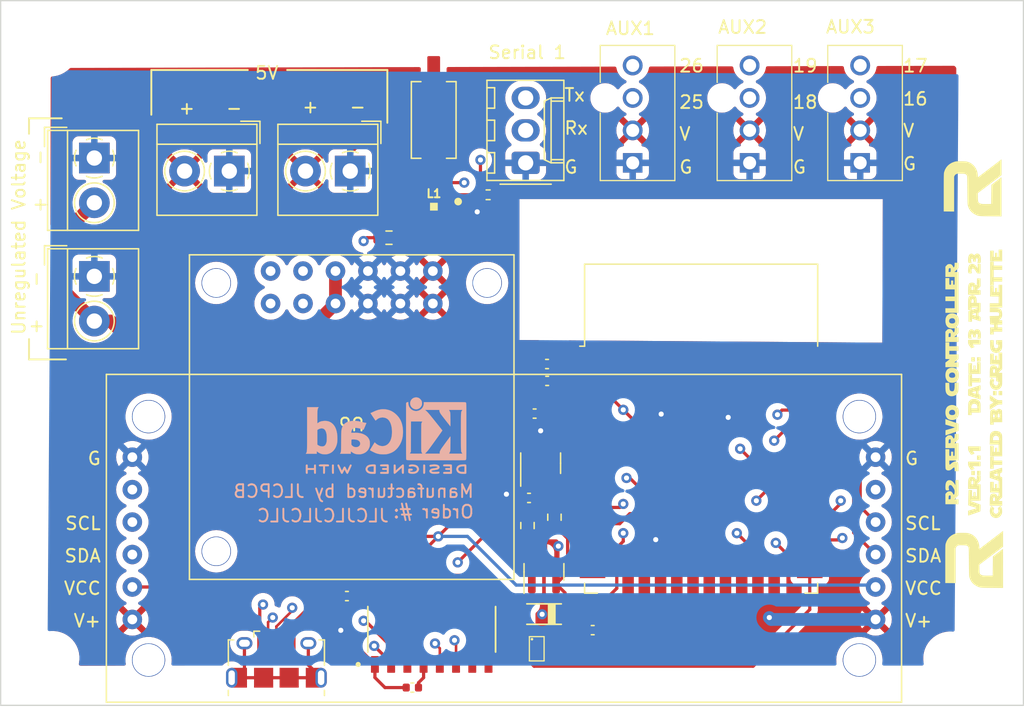
<source format=kicad_pcb>
(kicad_pcb (version 20211014) (generator pcbnew)
  (layers (0 "F.Cu" signal) (1 "In1.Cu" signal) (2 "In2.Cu" signal) (31 "B.Cu" signal) (34 "B.Paste" user) (35 "F.Paste" user) (36 "B.SilkS" user "B.Silkscreen") (37 "F.SilkS" user "F.Silkscreen") (38 "B.Mask" user) (39 "F.Mask" user) (44 "Edge.Cuts" user))
  (net 0 "")
  (net 1 "RX_FU")
  (net 2 "GND")
  (net 3 "+3.3V")
  (net 4 "VIN")
  (net 5 "VBUS")
  (net 7 "D-")
  (net 8 "D+")
  (net 10 "unconnected-(J1-Pad6)")
  (net 11 "SCL")
  (net 12 "SDA")
  (net 13 "+5V")
  (net 17 "Net-(R3-Pad1)")
  (net 18 "ST_LED_D")
  (net 24 "TX_FU")
  (net 32 "GPIO0")
  (net 35 "TXD0")
  (net 36 "RXD0")
  (net 44 "DTR")
  (net 45 "RTS")
  (net 47 "RESET")
  (net 52 "+12V")
  (net 53 "Net-(L1-Pad3)")
  (net 57 "AUX3-1")
  (net 58 "AUX3-2")
  (net 59 "AUX1-1")
  (net 60 "AUX1-2")
  (net 61 "AUX2-1")
  (net 62 "AUX2-2")
  (footprint "Capacitor_SMD:C_0402_1005Metric" (layer "F.Cu") (at 100.73 113.39 180)
    (fp_text reference "C7" hide)
    (fp_text value "1uF" hide)
    (pad "1" smd roundrect locked (at -0.48 0 180) (size 0.56 0.62) (layers "F.Cu" "F.Paste" "F.Mask") (net 3 "+3.3V"))
    (pad "2" smd roundrect locked (at 0.48 0 180) (size 0.56 0.62) (layers "F.Cu" "F.Paste" "F.Mask") (net 2 "GND"))
  )
  (footprint "Custom:WS2812B-2020" (layer "F.Cu") (at 92.844 97.797)
    (fp_text reference "L1" (at 0 -1.624) (layer "F.SilkS") (effects (font (size 0.64 0.64))))
    (fp_text value "WS2812B-2020")
    (pad "1" smd rect (at 1.015 0.65) (size 1 1) (layers "F.Cu" "F.Paste" "F.Mask"))
    (pad "2" smd rect (at 1.015 -0.65) (size 1 1) (layers "F.Cu" "F.Paste" "F.Mask") (net 2 "GND"))
    (pad "3" smd rect (at -1.015 -0.65) (size 1 1) (layers "F.Cu" "F.Paste" "F.Mask") (net 53 "Net-(L1-Pad3)"))
    (pad "4" smd rect (at -1.015 0.65) (size 1 1) (layers "F.Cu" "F.Paste" "F.Mask") (net 13 "+5V"))
  )
  (footprint "TerminalBlock_4Ucon:TerminalBlock_4Ucon_1x02_P3.50mm_Horizontal" (layer "F.Cu") (at 66.273333 93.39 -90)
    (fp_text reference "J5" hide)
    (fp_text value "12OUT" hide)
    (pad "1" thru_hole rect locked (at 0 0 270) (size 2.4 2.4) (drill 1.2) (layers *.Cu *.Mask) (net 2 "GND"))
    (pad "2" thru_hole circle locked (at 3.5 0 270) (size 2.4 2.4) (drill 1.2) (layers *.Cu *.Mask) (net 52 "+12V"))
  )
  (footprint "Logos:R2_Logo_V2" (layer "F.Cu") (at 135.362479 95.731515 90)
    (fp_text reference "G***" hide)
    (fp_text value "LOGO" hide)
  )
  (footprint "Custom:470531000" (layer "F.Cu") (at 108.404 93.766 -90)
    (fp_text reference "J3")
    (fp_text value "AUX1")
    (pad "" np_thru_hole circle (at -5.08 2.16 270) (size 1.3 1.3) (drill 1.3) (layers *.Cu *.Mask))
    (pad "1" thru_hole rect (at 0 0 270) (size 1.53 1.53) (drill 1.02) (layers *.Cu *.Mask) (net 2 "GND"))
    (pad "2" thru_hole circle (at -2.54 0 270) (size 1.55 1.55) (drill 1.02) (layers *.Cu *.Mask) (net 13 "+5V"))
    (pad "3" thru_hole circle (at -5.08 0 270) (size 1.55 1.55) (drill 1.02) (layers *.Cu *.Mask) (net 59 "AUX1-1"))
    (pad "4" thru_hole circle (at -7.62 0 270) (size 1.55 1.55) (drill 1.02) (layers *.Cu *.Mask) (net 60 "AUX1-2"))
  )
  (footprint "Connector_USB:USB_Micro-B_Amphenol_10118194_Horizontal" (layer "F.Cu") (at 80.52 132.76)
    (fp_text reference "J1" hide)
    (fp_text value "USB_B_Micro" hide)
    (pad "1" smd rect locked (at -1.3 -1.4) (size 0.4 1.35) (layers "F.Cu" "F.Paste" "F.Mask") (net 5 "VBUS"))
    (pad "2" smd rect locked (at -0.65 -1.4) (size 0.4 1.35) (layers "F.Cu" "F.Paste" "F.Mask") (net 7 "D-"))
    (pad "3" smd rect locked (at 0 -1.4) (size 0.4 1.35) (layers "F.Cu" "F.Paste" "F.Mask") (net 8 "D+"))
    (pad "4" smd rect locked (at 0.65 -1.4) (size 0.4 1.35) (layers "F.Cu" "F.Paste" "F.Mask"))
    (pad "5" smd rect locked (at 1.3 -1.4) (size 0.4 1.35) (layers "F.Cu" "F.Paste" "F.Mask") (net 2 "GND"))
    (pad "6" thru_hole oval locked (at -3.5 1.3) (size 0.89 1.55) (drill oval 0.5 1.15) (layers *.Cu *.Mask) (net 10 "unconnected-(J1-Pad6)"))
    (pad "6" smd rect locked (at -2.9 1.3) (size 1.2 1.55) (layers "F.Cu" "F.Paste" "F.Mask") (net 10 "unconnected-(J1-Pad6)"))
    (pad "6" thru_hole oval locked (at 3.5 1.3) (size 0.89 1.55) (drill oval 0.5 1.15) (layers *.Cu *.Mask) (net 10 "unconnected-(J1-Pad6)"))
    (pad "6" thru_hole oval locked (at -2.5 -1.4) (size 1.25 0.95) (drill oval 0.85 0.55) (layers *.Cu *.Mask) (net 10 "unconnected-(J1-Pad6)"))
    (pad "6" smd rect locked (at 2.9 1.3) (size 1.2 1.55) (layers "F.Cu" "F.Paste" "F.Mask") (net 10 "unconnected-(J1-Pad6)"))
    (pad "6" smd rect locked (at -1 1.3) (size 1.5 1.55) (layers "F.Cu" "F.Paste" "F.Mask") (net 10 "unconnected-(J1-Pad6)"))
    (pad "6" thru_hole oval locked (at 2.5 -1.4) (size 1.25 0.95) (drill oval 0.85 0.55) (layers *.Cu *.Mask) (net 10 "unconnected-(J1-Pad6)"))
    (pad "6" smd rect locked (at 1 1.3) (size 1.5 1.55) (layers "F.Cu" "F.Paste" "F.Mask") (net 10 "unconnected-(J1-Pad6)"))
  )
  (footprint "TerminalBlock_4Ucon:TerminalBlock_4Ucon_1x02_P3.50mm_Horizontal" (layer "F.Cu") (at 86.298 94.41 180)
    (fp_text reference "J8" hide)
    (fp_text value "5V Out 2" hide)
    (pad "1" thru_hole rect locked (at 0 0 180) (size 2.4 2.4) (drill 1.2) (layers *.Cu *.Mask) (net 2 "GND"))
    (pad "2" thru_hole circle locked (at 3.5 0 180) (size 2.4 2.4) (drill 1.2) (layers *.Cu *.Mask) (net 13 "+5V"))
  )
  (footprint "MountingHole:MountingHole_3.2mm_M3" (layer "F.Cu") (at 62.83 84.902)
    (fp_text reference "REF**" hide)
    (fp_text value "MountingHole_3.2mm_M3" hide)
    (pad "" np_thru_hole circle locked (at 0 0) (size 3.2 3.2) (drill 3.2) (layers *.Cu *.Mask))
  )
  (footprint "Custom:470531000" (layer "F.Cu") (at 126.208 93.766 -90)
    (fp_text reference "J2" hide)
    (fp_text value "AUX3")
    (pad "" np_thru_hole circle (at -5.08 2.16 270) (size 1.3 1.3) (drill 1.3) (layers *.Cu *.Mask))
    (pad "1" thru_hole rect (at 0 0 270) (size 1.53 1.53) (drill 1.02) (layers *.Cu *.Mask) (net 2 "GND"))
    (pad "2" thru_hole circle (at -2.54 0 270) (size 1.55 1.55) (drill 1.02) (layers *.Cu *.Mask) (net 13 "+5V"))
    (pad "3" thru_hole circle (at -5.08 0 270) (size 1.55 1.55) (drill 1.02) (layers *.Cu *.Mask) (net 57 "AUX3-1"))
    (pad "4" thru_hole circle (at -7.62 0 270) (size 1.55 1.55) (drill 1.02) (layers *.Cu *.Mask) (net 58 "AUX3-2"))
  )
  (footprint "Custom:PCA9685" (layer "F.Cu") (at 98.33 123.15)
    (fp_text reference "U7" hide)
    (fp_text value "PCA9685" hide)
    (pad "1" thru_hole circle (at -29.083 -6.35) (size 1.524 1.524) (drill 0.762) (layers *.Cu *.Mask) (net 2 "GND"))
    (pad "2" thru_hole circle (at -29.083 -3.81) (size 1.524 1.524) (drill 0.762) (layers *.Cu *.Mask))
    (pad "3" thru_hole circle (at -29.083 -1.27) (size 1.524 1.524) (drill 0.762) (layers *.Cu *.Mask) (net 11 "SCL"))
    (pad "4" thru_hole circle (at -29.083 1.27) (size 1.524 1.524) (drill 0.762) (layers *.Cu *.Mask) (net 12 "SDA"))
    (pad "5" thru_hole circle (at -29.083 3.81) (size 1.524 1.524) (drill 0.762) (layers *.Cu *.Mask) (net 3 "+3.3V"))
    (pad "6" thru_hole circle (at -29.083 6.35) (size 1.524 1.524) (drill 0.762) (layers *.Cu *.Mask) (net 13 "+5V"))
    (pad "7" thru_hole circle (at 29.083 -6.35) (size 1.524 1.524) (drill 0.762) (layers *.Cu *.Mask) (net 2 "GND"))
    (pad "8" thru_hole circle (at 29.083 -3.81) (size 1.524 1.524) (drill 0.762) (layers *.Cu *.Mask))
    (pad "9" thru_hole circle (at 29.083 -1.27) (size 1.524 1.524) (drill 0.762) (layers *.Cu *.Mask) (net 11 "SCL"))
    (pad "10" thru_hole circle (at 29.083 1.27) (size 1.524 1.524) (drill 0.762) (layers *.Cu *.Mask) (net 12 "SDA"))
    (pad "11" thru_hole circle (at 29.083 3.81) (size 1.524 1.524) (drill 0.762) (layers *.Cu *.Mask) (net 3 "+3.3V"))
    (pad "12" thru_hole circle (at 29.083 6.35) (size 1.524 1.524) (drill 0.762) (layers *.Cu *.Mask) (net 13 "+5V"))
    (pad "13" thru_hole circle (at -27.813 -9.525) (size 2.6 2.6) (drill 2.5) (layers *.Cu *.Mask))
    (pad "13" thru_hole circle (at 27.813 -9.525) (size 2.6 2.6) (drill 2.5) (layers *.Cu *.Mask))
    (pad "13" thru_hole circle (at 27.813 9.525) (size 2.6 2.6) (drill 2.5) (layers *.Cu *.Mask))
    (pad "13" thru_hole circle (at -27.813 9.525) (size 2.6 2.6) (drill 2.5) (layers *.Cu *.Mask))
  )
  (footprint "Capacitor_SMD:C_0402_1005Metric" (layer "F.Cu") (at 101.7 109.51 180)
    (fp_text reference "C3" hide)
    (fp_text value "100nF" hide)
    (pad "1" smd roundrect locked (at -0.48 0 180) (size 0.56 0.62) (layers "F.Cu" "F.Paste" "F.Mask") (net 3 "+3.3V"))
    (pad "2" smd roundrect locked (at 0.48 0 180) (size 0.56 0.62) (layers "F.Cu" "F.Paste" "F.Mask") (net 2 "GND"))
  )
  (footprint "MountingHole:MountingHole_3.2mm_M3" (layer "F.Cu") (at 135.282 84.902)
    (fp_text reference "REF**" hide)
    (fp_text value "MountingHole_3.2mm_M3" hide)
    (pad "" np_thru_hole circle locked (at 0 0) (size 3.2 3.2) (drill 3.2) (layers *.Cu *.Mask))
  )
  (footprint "Custom:UMT6" (layer "F.Cu") (at 100.895 131.7938)
    (fp_text reference "U5" hide)
    (fp_text value "UMH3N" hide)
    (pad "1" smd rect (at -0.925 -0.65) (size 0.5 0.3) (layers "F.Cu") (net 45 "RTS"))
    (pad "2" smd rect (at -0.925 0) (size 0.5 0.3) (layers "F.Cu") (net 44 "DTR"))
    (pad "3" smd rect (at -0.925 0.65) (size 0.5 0.3) (layers "F.Cu") (net 32 "GPIO0"))
    (pad "4" smd rect (at 0.925 0.65 180) (size 0.5 0.3) (layers "F.Cu") (net 44 "DTR"))
    (pad "5" smd rect (at 0.925 0 180) (size 0.5 0.3) (layers "F.Cu") (net 45 "RTS"))
    (pad "6" smd rect (at 0.925 -0.65 180) (size 0.5 0.3) (layers "F.Cu") (net 47 "RESET"))
  )
  (footprint "Capacitor_SMD:C_0402_1005Metric" (layer "F.Cu") (at 100.29 119.99)
    (fp_text reference "C5" hide)
    (fp_text value "1uF" hide)
    (pad "1" smd roundrect locked (at -0.48 0) (size 0.56 0.62) (layers "F.Cu" "F.Paste" "F.Mask") (net 2 "GND"))
    (pad "2" smd roundrect locked (at 0.48 0) (size 0.56 0.62) (layers "F.Cu" "F.Paste" "F.Mask") (net 4 "VIN"))
  )
  (footprint "Resistor_SMD:R_0603_1608Metric" (layer "F.Cu") (at 100.17 122.15 90)
    (fp_text reference "R2" hide)
    (fp_text value "100K" hide)
    (pad "1" smd roundrect locked (at -0.825 0 90) (size 0.8 0.95) (layers "F.Cu" "F.Paste" "F.Mask") (net 5 "VBUS"))
    (pad "2" smd roundrect locked (at 0.825 0 90) (size 0.8 0.95) (layers "F.Cu" "F.Paste" "F.Mask") (net 2 "GND"))
  )
  (footprint "Package_TO_SOT_SMD:SOT-23-5" (layer "F.Cu") (at 101.2 117.27 90)
    (fp_text reference "U3" hide)
    (fp_text value "ME6211C33M5G" hide)
    (pad "1" smd roundrect locked (at -1.1375 -0.95 90) (size 1.325 0.6) (layers "F.Cu" "F.Paste" "F.Mask") (net 4 "VIN"))
    (pad "2" smd roundrect locked (at -1.1375 0 90) (size 1.325 0.6) (layers "F.Cu" "F.Paste" "F.Mask") (net 2 "GND"))
    (pad "3" smd roundrect locked (at -1.1375 0.95 90) (size 1.325 0.6) (layers "F.Cu" "F.Paste" "F.Mask") (net 17 "Net-(R3-Pad1)"))
    (pad "4" smd roundrect locked (at 1.1375 0.95 90) (size 1.325 0.6) (layers "F.Cu" "F.Paste" "F.Mask"))
    (pad "5" smd roundrect locked (at 1.1375 -0.95 90) (size 1.325 0.6) (layers "F.Cu" "F.Paste" "F.Mask") (net 3 "+3.3V"))
  )
  (footprint "Pololu:D36V50F5-STEPDOWN" (layer "F.Cu") (at 86.415 113.665 180)
    (fp_text reference "U6" (at 0 -0.5 180 unlocked) (layer "F.SilkS"))
    (fp_text value "D36V50F5-STEPDOWN")
    (pad "1" thru_hole circle (at -6.35 11.43 180) (size 1.524 1.524) (drill 0.762) (layers *.Cu *.Mask) (net 13 "+5V"))
    (pad "2" thru_hole circle (at -3.81 11.43 180) (size 1.524 1.524) (drill 0.762) (layers *.Cu *.Mask) (net 2 "GND"))
    (pad "3" thru_hole circle (at -1.27 11.43 180) (size 1.524 1.524) (drill 0.762) (layers *.Cu *.Mask) (net 2 "GND"))
    (pad "4" thru_hole circle (at 1.27 11.43 180) (size 1.524 1.524) (drill 0.762) (layers *.Cu *.Mask) (net 52 "+12V"))
    (pad "5" thru_hole circle (at 3.81 11.43 180) (size 1.524 1.524) (drill 0.762) (layers *.Cu *.Mask))
    (pad "6" thru_hole circle (at 6.35 11.43 180) (size 1.524 1.524) (drill 0.762) (layers *.Cu *.Mask))
    (pad "7" thru_hole circle (at 6.35 8.89 180) (size 1.524 1.524) (drill 0.762) (layers *.Cu *.Mask))
    (pad "8" thru_hole circle (at 3.81 8.89 180) (size 1.524 1.524) (drill 0.762) (layers *.Cu *.Mask))
    (pad "9" thru_hole circle (at 1.27 8.89 180) (size 1.524 1.524) (drill 0.762) (layers *.Cu *.Mask) (net 52 "+12V"))
    (pad "10" thru_hole circle (at -1.27 8.89 180) (size 1.524 1.524) (drill 0.762) (layers *.Cu *.Mask) (net 2 "GND"))
    (pad "11" thru_hole circle (at -3.81 8.89 180) (size 1.524 1.524) (drill 0.762) (layers *.Cu *.Mask) (net 2 "GND"))
    (pad "12" thru_hole circle (at -6.35 8.89 180) (size 1.524 1.524) (drill 0.762) (layers *.Cu *.Mask) (net 13 "+5V"))
    (pad "13" thru_hole circle (at -10.6 10.5 180) (size 2.3 2.3) (drill 2.2) (layers *.Cu *.Mask))
    (pad "14" thru_hole circle (at 10.6 10.5 180) (size 2.3 2.3) (drill 2.2) (layers *.Cu *.Mask))
    (pad "15" thru_hole circle (at 10.6 -10.5 180) (size 2.3 2.3) (drill 2.2) (layers *.Cu *.Mask))
  )
  (footprint "Resistor_SMD:R_0603_1608Metric" (layer "F.Cu") (at 89.332 99.624)
    (fp_text reference "R1" hide)
    (fp_text value "10K" hide)
    (pad "1" smd roundrect locked (at -0.825 0) (size 0.8 0.95) (layers "F.Cu" "F.Paste" "F.Mask") (net 3 "+3.3V"))
    (pad "2" smd roundrect locked (at 0.825 0) (size 0.8 0.95) (layers "F.Cu" "F.Paste" "F.Mask") (net 47 "RESET"))
  )
  (footprint "Capacitor_SMD:C_0402_1005Metric" (layer "F.Cu") (at 105.276 130.336 180)
    (fp_text reference "C1" hide)
    (fp_text value "100nF" hide)
    (pad "1" smd roundrect locked (at -0.48 0 180) (size 0.56 0.62) (layers "F.Cu" "F.Paste" "F.Mask") (net 47 "RESET"))
    (pad "2" smd roundrect locked (at 0.48 0 180) (size 0.56 0.62) (layers "F.Cu" "F.Paste" "F.Mask") (net 2 "GND"))
  )
  (footprint "MountingHole:MountingHole_3.2mm_M3" (layer "F.Cu") (at 133.25 132.55)
    (fp_text reference "REF**" hide)
    (fp_text value "MountingHole_3.2mm_M3" hide)
    (pad "" np_thru_hole circle locked (at 0 0) (size 3.2 3.2) (drill 3.2) (layers *.Cu *.Mask))
  )
  (footprint "Custom:SOIC127P600X180-16N" (layer "F.Cu") (at 92.675 130.27 90)
    (fp_text reference "U4" hide)
    (fp_text value "CH340C" hide)
    (pad "1" smd roundrect (at -2.75 -4.445 90) (size 1.31 0.62) (layers "F.Cu" "F.Paste" "F.Mask") (roundrect_rratio 0.08) (net 2 "GND"))
    (pad "2" smd roundrect (at -2.75 -3.175 90) (size 1.31 0.62) (layers "F.Cu" "F.Paste" "F.Mask") (roundrect_rratio 0.08) (net 36 "RXD0"))
    (pad "3" smd roundrect (at -2.75 -1.905 90) (size 1.31 0.62) (layers "F.Cu" "F.Paste" "F.Mask") (roundrect_rratio 0.08) (net 35 "TXD0"))
    (pad "4" smd roundrect (at -2.75 -0.635 90) (size 1.31 0.62) (layers "F.Cu" "F.Paste" "F.Mask") (roundrect_rratio 0.08) (net 3 "+3.3V"))
    (pad "5" smd roundrect (at -2.75 0.635 90) (size 1.31 0.62) (layers "F.Cu" "F.Paste" "F.Mask") (roundrect_rratio 0.08) (net 8 "D+"))
    (pad "6" smd roundrect (at -2.75 1.905 90) (size 1.31 0.62) (layers "F.Cu" "F.Paste" "F.Mask") (roundrect_rratio 0.08) (net 7 "D-"))
    (pad "7" smd roundrect (at -2.75 3.175 90) (size 1.31 0.62) (layers "F.Cu" "F.Paste" "F.Mask") (roundrect_rratio 0.08))
    (pad "8" smd roundrect (at -2.75 4.445 90) (size 1.31 0.62) (layers "F.Cu" "F.Paste" "F.Mask") (roundrect_rratio 0.08))
    (pad "9" smd roundrect (at 2.75 4.445 90) (size 1.31 0.62) (layers "F.Cu" "F.Paste" "F.Mask") (roundrect_rratio 0.08))
    (pad "10" smd roundrect (at 2.75 3.175 90) (size 1.31 0.62) (layers "F.Cu" "F.Paste" "F.Mask") (roundrect_rratio 0.08))
    (pad "11" smd roundrect (at 2.75 1.905 90) (size 1.31 0.62) (layers "F.Cu" "F.Paste" "F.Mask") (roundrect_rratio 0.08))
    (pad "12" smd roundrect (at 2.75 0.635 90) (size 1.31 0.62) (layers "F.Cu" "F.Paste" "F.Mask") (roundrect_rratio 0.08))
    (pad "13" smd roundrect (at 2.75 -0.635 90) (size 1.31 0.62) (layers "F.Cu" "F.Paste" "F.Mask") (roundrect_rratio 0.08) (net 44 "DTR"))
    (pad "14" smd roundrect (at 2.75 -1.905 90) (size 1.31 0.62) (layers "F.Cu" "F.Paste" "F.Mask") (roundrect_rratio 0.08) (net 45 "RTS"))
    (pad "15" smd roundrect (at 2.75 -3.175 90) (size 1.31 0.62) (layers "F.Cu" "F.Paste" "F.Mask") (roundrect_rratio 0.08))
    (pad "16" smd roundrect (at 2.75 -4.445 90) (size 1.31 0.62) (layers "F.Cu" "F.Paste" "F.Mask") (roundrect_rratio 0.08) (net 3 "+3.3V"))
  )
  (footprint "TerminalBlock_4Ucon:TerminalBlock_4Ucon_1x02_P3.50mm_Horizontal" (layer "F.Cu") (at 66.273333 102.65 -90)
    (fp_text reference "J6" hide)
    (fp_text value "12VOUT" hide)
    (pad "1" thru_hole rect locked (at 0 0 270) (size 2.4 2.4) (drill 1.2) (layers *.Cu *.Mask) (net 2 "GND"))
    (pad "2" thru_hole circle locked (at 3.5 0 270) (size 2.4 2.4) (drill 1.2) (layers *.Cu *.Mask) (net 52 "+12V"))
  )
  (footprint "Logos:ServoControllerv1.1" (layer "F.Cu") (at 135.098 111.062 90)
    (fp_text reference "G***" hide)
    (fp_text value "LOGO" hide)
  )
  (footprint "Custom:SOD3716X135N" (layer "F.Cu") (at 101.4685 129.0805 180)
    (fp_text reference "CR1" hide)
    (fp_text value "B5819W-TP" hide)
    (pad "A" smd rect (at 1.6383 0 180) (size 0.9144 1.2192) (layers "F.Cu" "F.Paste" "F.Mask") (net 5 "VBUS"))
    (pad "C" smd rect (at -1.6383 0 180) (size 0.9144 1.2192) (layers "F.Cu" "F.Paste" "F.Mask") (net 4 "VIN"))
  )
  (footprint "RF_Module:ESP32-WROOM-32" (layer "F.Cu") (at 113.76 117.56)
    (fp_text reference "U1" hide)
    (fp_text value "ESP32-WROOM-32D_16MB_" hide)
    (pad "1" smd rect locked (at -8.5 -8.255) (size 2 0.9) (layers "F.Cu" "F.Paste" "F.Mask") (net 2 "GND"))
    (pad "2" smd rect locked (at -8.5 -6.985) (size 2 0.9) (layers "F.Cu" "F.Paste" "F.Mask") (net 3 "+3.3V"))
    (pad "3" smd rect locked (at -8.5 -5.715) (size 2 0.9) (layers "F.Cu" "F.Paste" "F.Mask") (net 47 "RESET"))
    (pad "4" smd rect locked (at -8.5 -4.445) (size 2 0.9) (layers "F.Cu" "F.Paste" "F.Mask"))
    (pad "5" smd rect locked (at -8.5 -3.175) (size 2 0.9) (layers "F.Cu" "F.Paste" "F.Mask"))
    (pad "6" smd rect locked (at -8.5 -1.905) (size 2 0.9) (layers "F.Cu" "F.Paste" "F.Mask"))
    (pad "7" smd rect locked (at -8.5 -0.635) (size 2 0.9) (layers "F.Cu" "F.Paste" "F.Mask"))
    (pad "8" smd rect locked (at -8.5 0.635) (size 2 0.9) (layers "F.Cu" "F.Paste" "F.Mask"))
    (pad "9" smd rect locked (at -8.5 1.905) (size 2 0.9) (layers "F.Cu" "F.Paste" "F.Mask"))
    (pad "10" smd rect locked (at -8.5 3.175) (size 2 0.9) (layers "F.Cu" "F.Paste" "F.Mask") (net 59 "AUX1-1"))
    (pad "11" smd rect locked (at -8.5 4.445) (size 2 0.9) (layers "F.Cu" "F.Paste" "F.Mask") (net 60 "AUX1-2"))
    (pad "12" smd rect locked (at -8.5 5.715) (size 2 0.9) (layers "F.Cu" "F.Paste" "F.Mask"))
    (pad "13" smd rect locked (at -8.5 6.985) (size 2 0.9) (layers "F.Cu" "F.Paste" "F.Mask") (net 1 "RX_FU"))
    (pad "14" smd rect locked (at -8.5 8.255) (size 2 0.9) (layers "F.Cu" "F.Paste" "F.Mask"))
    (pad "15" smd rect locked (at -5.715 9.255 90) (size 2 0.9) (layers "F.Cu" "F.Paste" "F.Mask") (net 2 "GND"))
    (pad "16" smd rect locked (at -4.445 9.255 90) (size 2 0.9) (layers "F.Cu" "F.Paste" "F.Mask"))
    (pad "17" smd rect locked (at -3.175 9.255 90) (size 2 0.9) (layers "F.Cu" "F.Paste" "F.Mask"))
    (pad "18" smd rect locked (at -1.905 9.255 90) (size 2 0.9) (layers "F.Cu" "F.Paste" "F.Mask"))
    (pad "19" smd rect locked (at -0.635 9.255 90) (size 2 0.9) (layers "F.Cu" "F.Paste" "F.Mask"))
    (pad "20" smd rect locked (at 0.635 9.255 90) (size 2 0.9) (layers "F.Cu" "F.Paste" "F.Mask"))
    (pad "21" smd rect locked (at 1.905 9.255 90) (size 2 0.9) (layers "F.Cu" "F.Paste" "F.Mask"))
    (pad "22" smd rect locked (at 3.175 9.255 90) (size 2 0.9) (layers "F.Cu" "F.Paste" "F.Mask"))
    (pad "23" smd rect locked (at 4.445 9.255 90) (size 2 0.9) (layers "F.Cu" "F.Paste" "F.Mask") (net 24 "TX_FU"))
    (pad "24" smd rect locked (at 5.715 9.255 90) (size 2 0.9) (layers "F.Cu" "F.Paste" "F.Mask"))
    (pad "25" smd rect locked (at 8.5 8.255) (size 2 0.9) (layers "F.Cu" "F.Paste" "F.Mask") (net 32 "GPIO0"))
    (pad "26" smd rect locked (at 8.5 6.985) (size 2 0.9) (layers "F.Cu" "F.Paste" "F.Mask") (net 18 "ST_LED_D"))
    (pad "27" smd rect locked (at 8.5 5.715) (size 2 0.9) (layers "F.Cu" "F.Paste" "F.Mask") (net 57 "AUX3-1"))
    (pad "28" smd rect locked (at 8.5 4.445) (size 2 0.9) (layers "F.Cu" "F.Paste" "F.Mask") (net 58 "AUX3-2"))
    (pad "29" smd rect locked (at 8.5 3.175) (size 2 0.9) (layers "F.Cu" "F.Paste" "F.Mask"))
    (pad "30" smd rect locked (at 8.5 1.905) (size 2 0.9) (layers "F.Cu" "F.Paste" "F.Mask") (net 61 "AUX2-1"))
    (pad "31" smd rect locked (at 8.5 0.635) (size 2 0.9) (layers "F.Cu" "F.Paste" "F.Mask") (net 62 "AUX2-2"))
    (pad "32" smd rect locked (at 8.5 -0.635) (size 2 0.9) (layers "F.Cu" "F.Paste" "F.Mask"))
    (pad "33" smd rect locked (at 8.5 -1.905) (size 2 0.9) (layers "F.Cu" "F.Paste" "F.Mask") (net 12 "SDA"))
    (pad "34" smd rect locked (at 8.5 -3.175) (size 2 0.9) (layers "F.Cu" "F.Paste" "F.Mask") (net 36 "RXD0"))
    (pad "35" smd rect locked (at 8.5 -4.445) (size 2 0.9) (layers "F.Cu" "F.Paste" "F.Mask") (net 35 "TXD0"))
    (pad "36" smd rect locked (at 8.5 -5.715) (size 2 0.9) (layers "F.Cu" "F.Paste" "F.Mask") (net 11 "SCL"))
    (pad "37" smd rect locked (at 8.5 -6.985) (size 2 0.9) (layers "F.Cu" "F.Paste" "F.Mask"))
    (pad "38" smd rect locked (at 8.5 -8.255) (size 2 0.9) (layers "F.Cu" "F.Paste" "F.Mask") (net 2 "GND"))
    (pad "39" smd rect locked (at -1 -0.755) (size 5 5) (layers "F.Cu" "F.Paste" "F.Mask") (net 2 "GND"))
  )
  (footprint "Capacitor_SMD:C_0402_1005Metric" (layer "F.Cu") (at 91.16 134.83 180)
    (fp_text reference "C6" hide)
    (fp_text value "100nF" hide)
    (pad "1" smd roundrect locked (at -0.48 0 180) (size 0.56 0.62) (layers "F.Cu" "F.Paste" "F.Mask") (net 3 "+3.3V"))
    (pad "2" smd roundrect locked (at 0.48 0 180) (size 0.56 0.62) (layers "F.Cu" "F.Paste" "F.Mask") (net 2 "GND"))
  )
  (footprint "Resistor_SMD:R_0402_1005Metric" (layer "F.Cu") (at 97.09 96.266 180)
    (fp_text reference "R4" hide)
    (fp_text value "220")
    (pad "1" smd roundrect locked (at -0.51 0 180) (size 0.54 0.64) (layers "F.Cu" "F.Paste" "F.Mask") (net 18 "ST_LED_D"))
    (pad "2" smd roundrect locked (at 0.51 0 180) (size 0.54 0.64) (layers "F.Cu" "F.Paste" "F.Mask") (net 53 "Net-(L1-Pad3)"))
  )
  (footprint "Custom:470531000" (layer "F.Cu") (at 117.554 93.766 -90)
    (fp_text reference "J4")
    (fp_text value "AUX2")
    (pad "" np_thru_hole circle (at -5.08 2.16 270) (size 1.3 1.3) (drill 1.3) (layers *.Cu *.Mask))
    (pad "1" thru_hole rect (at 0 0 270) (size 1.53 1.53) (drill 1.02) (layers *.Cu *.Mask) (net 2 "GND"))
    (pad "2" thru_hole circle (at -2.54 0 270) (size 1.55 1.55) (drill 1.02) (layers *.Cu *.Mask) (net 13 "+5V"))
    (pad "3" thru_hole circle (at -5.08 0 270) (size 1.55 1.55) (drill 1.02) (layers *.Cu *.Mask) (net 61 "AUX2-1"))
    (pad "4" thru_hole circle (at -7.62 0 270) (size 1.55 1.55) (drill 1.02) (layers *.Cu *.Mask) (net 62 "AUX2-2"))
  )
  (footprint "Connector_Molex:Molex_KK-254_AE-6410-03A_1x03_P2.54mm_Vertical" (layer "F.Cu") (at 100.028 93.766 90)
    (fp_text reference "J12" hide)
    (fp_text value "SERIAL_FU" hide)
    (pad "1" thru_hole roundrect locked (at 0 0 90) (size 1.74 2.19) (drill 1.19) (layers *.Cu *.Mask) (roundrect_rratio 0.1436781609) (net 2 "GND"))
    (pad "2" thru_hole oval locked (at 2.54 0 90) (size 1.74 2.19) (drill 1.19) (layers *.Cu *.Mask) (net 1 "RX_FU"))
    (pad "3" thru_hole oval locked (at 5.08 0 90) (size 1.74 2.19) (drill 1.19) (layers *.Cu *.Mask) (net 24 "TX_FU"))
  )
  (footprint "TerminalBlock_4Ucon:TerminalBlock_4Ucon_1x02_P3.50mm_Horizontal" (layer "F.Cu") (at 76.834666 94.41 180)
    (fp_text reference "J7" hide)
    (fp_text value "5V OUT" hide)
    (pad "1" thru_hole rect locked (at 0 0 180) (size 2.4 2.4) (drill 1.2) (layers *.Cu *.Mask) (net 2 "GND"))
    (pad "2" thru_hole circle locked (at 3.5 0 180) (size 2.4 2.4) (drill 1.2) (layers *.Cu *.Mask) (net 13 "+5V"))
  )
  (footprint "Capacitor_SMD:C_0402_1005Metric" (layer "F.Cu") (at 101.71 110.83 180)
    (fp_text reference "C2" hide)
    (fp_text value "10uF" hide)
    (pad "1" smd roundrect locked (at -0.48 0 180) (size 0.56 0.62) (layers "F.Cu" "F.Paste" "F.Mask") (net 3 "+3.3V"))
    (pad "2" smd roundrect locked (at 0.48 0 180) (size 0.56 0.62) (layers "F.Cu" "F.Paste" "F.Mask") (net 2 "GND"))
  )
  (footprint "Logos:R2_Logo_V2" (layer "F.Cu") (at 135.482 124.812 90)
    (fp_text reference "G***" hide)
    (fp_text value "LOGO" hide)
  )
  (footprint "MountingHole:MountingHole_3.2mm_M3" (layer "F.Cu") (at 63 132.51)
    (fp_text reference "REF**" hide)
    (fp_text value "MountingHole_3.2mm_M3" hide)
    (pad "" np_thru_hole circle locked (at 0 0) (size 3.2 3.2) (drill 3.2) (layers *.Cu *.Mask))
  )
  (footprint "Package_TO_SOT_SMD:SOT-23" (layer "F.Cu") (at 101.46 125.782 90)
    (fp_text reference "U2" hide)
    (fp_text value "CJ2301_S1" hide)
    (pad "1" smd roundrect (at -0.9375 -0.95 90) (size 1.475 0.6) (layers "F.Cu" "F.Paste" "F.Mask") (net 5 "VBUS"))
    (pad "2" smd roundrect (at -0.9375 0.95 90) (size 1.475 0.6) (layers "F.Cu" "F.Paste" "F.Mask") (net 4 "VIN"))
    (pad "3" smd roundrect (at 0.9375 0 90) (size 1.475 0.6) (layers "F.Cu" "F.Paste" "F.Mask") (net 13 "+5V"))
  )
  (footprint "Custom:TS-1101S-B-B-B-W-A" (layer "F.Cu") (at 92.831 90.411 -90)
    (fp_text reference "SW1")
    (fp_text value "SW_Push")
    (pad "1" smd roundrect (at -3.9 0 270) (size 2.2 1) (layers "F.Cu" "F.Paste" "F.Mask") (roundrect_rratio 0.1) (net 2 "GND"))
    (pad "2" smd roundrect (at 3.9 0 270) (size 2.2 1) (layers "F.Cu" "F.Paste" "F.Mask") (roundrect_rratio 0.1) (net 47 "RESET"))
  )
  (footprint "Capacitor_SMD:C_0402_1005Metric" (layer "F.Cu") (at 86.04 127.67 180)
    (fp_text reference "C4" hide)
    (fp_text value "10uF" hide)
    (pad "1" smd roundrect locked (at -0.48 0 180) (size 0.56 0.62) (layers "F.Cu" "F.Paste" "F.Mask") (net 3 "+3.3V"))
    (pad "2" smd roundrect locked (at 0.48 0 180) (size 0.56 0.62) (layers "F.Cu" "F.Paste" "F.Mask") (net 2 "GND"))
  )
  (footprint "Resistor_SMD:R_0603_1608Metric" (layer "F.Cu") (at 102.28 121.5 -90)
    (fp_text reference "R3" hide)
    (fp_text value "100K" hide)
    (pad "1" smd roundrect locked (at -0.825 0 270) (size 0.8 0.95) (layers "F.Cu" "F.Paste" "F.Mask") (net 17 "Net-(R3-Pad1)"))
    (pad "2" smd roundrect locked (at 0.825 0 270) (size 0.8 0.95) (layers "F.Cu" "F.Paste" "F.Mask") (net 4 "VIN"))
  )
  (footprint "Symbol:KiCad-Logo2_5mm_SilkScreen" (layer "B.Cu") (at 89.11 115.1 180)
    (fp_text reference "REF**" hide)
    (fp_text value "KiCad-Logo2_5mm_SilkScreen" hide)
  )
  (gr_line (start 61.16 109.15) (end 64.05 109.15) (layer "F.SilkS") (width 0.15))
  (gr_line (start 89.202 90.63) (end 89.202 86.5) (layer "F.SilkS") (width 0.15))
  (gr_line (start 78.282 86.5) (end 70.732 86.5) (layer "F.SilkS") (width 0.15))
  (gr_line (start 61.16 107.56) (end 61.16 109.15) (layer "F.SilkS") (width 0.15))
  (gr_line (start 61.16 90.28) (end 61.16 91.49) (layer "F.SilkS") (width 0.15))
  (gr_line (start 70.732 86.5) (end 70.732 90) (layer "F.SilkS") (width 0.15))
  (gr_line (start 63.72 90.28) (end 61.16 90.28) (layer "F.SilkS") (width 0.15))
  (gr_line (start 89.202 86.5) (end 81.362 86.5) (layer "F.SilkS") (width 0.15))
  (gr_rect (start 58.94 81.072) (end 138.982 136.22) (layer "Edge.Cuts") (width 0.1) (fill none))
  (gr_text "Manufactured by JLCPCB\nOrder #:" (at 96.06 120.27) (layer "B.SilkS") (effects (font (size 1 1)) (justify left mirror)))
  (gr_text "JLCJLCJLCJLC" (at 84.16 121.38) (layer "B.SilkS") (effects (font (size 1 1)) (justify mirror)))
  (gr_text "AUX3" (at 125.446 83.122) (layer "F.SilkS") (effects (font (size 1 1))))
  (gr_text "V+" (at 65.716381 129.604) (layer "F.SilkS") (effects (font (size 1 1))))
  (gr_text "G" (at 121.453429 94.096) (layer "F.SilkS") (effects (font (size 1 1))))
  (gr_text "+" (at 61.988 97.04 90) (layer "F.SilkS") (effects (font (size 1 1))))
  (gr_text "18" (at 121.90581 89.016) (layer "F.SilkS") (effects (font (size 1 1))))
  (gr_text "+" (at 61.684 106.56 90) (layer "F.SilkS") (effects (font (size 1 1))))
  (gr_text "Serial 1" (at 100.146 85.12) (layer "F.SilkS") (effects (font (size 1 1))))
  (gr_text "V" (at 121.382 91.504) (layer "F.SilkS") (effects (font (size 1 1))))
  (gr_text "G" (at 103.570286 94.096) (layer "F.SilkS") (effects (font (size 1 1))))
  (gr_text "V" (at 112.492 91.504) (layer "F.SilkS") (effects (font (size 1 1))))
  (gr_text "AUX1" (at 108.222 83.242) (layer "F.SilkS") (effects (font (size 1 1))))
  (gr_text "SCL" (at 131.113333 121.984) (layer "F.SilkS") (effects (font (size 1 1))))
  (gr_text "-" (at 61.988 93.34 90) (layer "F.SilkS") (effects (font (size 1 1))))
  (gr_text "-" (at 86.882 89.37) (layer "F.SilkS") (effects (font (size 1 1))))
  (gr_text "SCL" (at 65.383047 121.984) (layer "F.SilkS") (effects (font (size 1 1))))
  (gr_text "Unregulated Voltage" (at 60.362 99.57 90) (layer "F.SilkS") (effects (font (size 1 1))))
  (gr_text "VCC" (at 65.335428 127.064) (layer "F.SilkS") (effects (font (size 1 1))))
  (gr_text "+" (at 83.182 89.37) (layer "F.SilkS") (effects (font (size 1 1))))
  (gr_text "5V" (at 79.772 86.73) (layer "F.SilkS") (effects (font (size 1 1))))
  (gr_text "SDA" (at 65.359238 124.524) (layer "F.SilkS") (effects (font (size 1 1))))
  (gr_text "G" (at 112.563429 94.096) (layer "F.SilkS") (effects (font (size 1 1))))
  (gr_text "-" (at 77.212 89.47) (layer "F.SilkS") (effects (font (size 1 1))))
  (gr_text "G" (at 130.073619 93.842) (layer "F.SilkS") (effects (font (size 1 1))))
  (gr_text "16" (at 130.526 88.762) (layer "F.SilkS") (effects (font (size 1 1))))
  (gr_text "19" (at 121.90581 86.17) (layer "F.SilkS") (effects (font (size 1 1))))
  (gr_text "SDA" (at 131.137143 124.524) (layer "F.SilkS") (effects (font (size 1 1))))
  (gr_text "V" (at 130.00219 91.25) (layer "F.SilkS") (effects (font (size 1 1))))
  (gr_text "17" (at 130.526 86.17) (layer "F.SilkS") (effects (font (size 1 1))))
  (gr_text "-" (at 61.684 102.86 90) (layer "F.SilkS") (effects (font (size 1 1))))
  (gr_text "G" (at 66.264 116.904) (layer "F.SilkS") (effects (font (size 1 1))))
  (gr_text "26" (at 113.01581 86.17) (layer "F.SilkS") (effects (font (size 1 1))))
  (gr_text "Rx" (at 103.975048 91.048) (layer "F.SilkS") (effects (font (size 1 1))))
  (gr_text "AUX2" (at 117.008 83.142) (layer "F.SilkS") (effects (font (size 1 1))))
  (gr_text "Tx" (at 103.856 88.456) (layer "F.SilkS") (effects (font (size 1 1))))
  (gr_text "G" (at 130.232381 116.904) (layer "F.SilkS") (effects (font (size 1 1))))
  (gr_text "+" (at 73.512 89.47) (layer "F.SilkS") (effects (font (size 1 1))))
  (gr_text "VCC" (at 131.160952 127.064) (layer "F.SilkS") (effects (font (size 1 1))))
  (gr_text "V+" (at 130.78 129.604) (layer "F.SilkS") (effects (font (size 1 1))))
  (gr_text "25" (at 113.01581 89.016) (layer "F.SilkS") (effects (font (size 1 1))))
  (segment (start 105.26 124.545) (end 106.51 124.545) (width 0.25) (layer "F.Cu") (net 1))
  (segment (start 106.51 124.545) (end 107.666 123.389) (width 0.25) (layer "F.Cu") (net 1))
  (segment (start 107.666 123.389) (end 107.666 122.746) (width 0.25) (layer "F.Cu") (net 1))
  (via (at 107.666 122.746) (size 0.8) (drill 0.4) (layers "F.Cu" "B.Cu") (net 1))
  (segment (start 101.2 114.734) (end 101.2 114.34693) (width 0.25) (layer "F.Cu") (net 2))
  (segment (start 108.045 126.815) (end 108.045 129.987) (width 0.25) (layer "F.Cu") (net 2))
  (segment (start 108.045 126.815) (end 108.045 125.415) (width 0.25) (layer "F.Cu") (net 2))
  (segment (start 110.6335 113.4285) (end 112.76 115.555) (width 0.25) (layer "F.Cu") (net 2))
  (segment (start 101.2 118.4075) (end 101.2 114.734) (width 0.25) (layer "F.Cu") (net 2))
  (segment (start 103.877 109.305) (end 102.84 108.268) (width 0.25) (layer "F.Cu") (net 2))
  (segment (start 112.76 115.555) (end 112.76 116.805) (width 0.25) (layer "F.Cu") (net 2))
  (segment (start 108.045 129.987) (end 106.736 131.296) (width 0.25) (layer "F.Cu") (net 2))
  (segment (start 101.57 108.268) (end 101.22 108.618) (width 0.25) (layer "F.Cu") (net 2))
  (segment (start 81.82 129.796) (end 83.946 127.67) (width 0.25) (layer "F.Cu") (net 2))
  (segment (start 101.22 109.51) (end 101.22 110.82) (width 0.25) (layer "F.Cu") (net 2))
  (segment (start 105.26 109.305) (end 106.51 109.305) (width 0.25) (layer "F.Cu") (net 2))
  (segment (start 100.17 120.35) (end 99.81 119.99) (width 0.25) (layer "F.Cu") (net 2))
  (segment (start 88.23 134.044) (end 88.23 133.02) (width 0.25) (layer "F.Cu") (net 2))
  (segment (start 88.23 133.02) (end 85.56 130.35) (width 0.25) (layer "F.Cu") (net 2))
  (segment (start 112.76 120.7) (end 112.76 116.805) (width 0.25) (layer "F.Cu") (net 2))
  (segment (start 105.26 109.305) (end 103.877 109.305) (width 0.25) (layer "F.Cu") (net 2))
  (segment (start 99.81 119.99) (end 98.814 119.99) (width 0.25) (layer "F.Cu") (net 2))
  (segment (start 92.831 86.511) (end 86.298 93.044) (width 0.25) (layer "F.Cu") (net 2))
  (segment (start 120.26 109.305) (end 115.8785 113.6865) (width 0.25) (layer "F.Cu") (net 2))
  (segment (start 86.298 93.044) (end 86.298 94.41) (width 0.25) (layer "F.Cu") (net 2))
  (segment (start 90.68 134.83) (end 89.016 134.83) (width 0.25) (layer "F.Cu") (net 2))
  (segment (start 101.2 114.34693) (end 100.25 113.39693) (width 0.25) (layer "F.Cu") (net 2))
  (segment (start 100.25 113.39693) (end 100.25 113.39) (width 0.25) (layer "F.Cu") (net 2))
  (segment (start 106.736 131.296) (end 105.74907 131.296) (width 0.25) (layer "F.Cu") (net 2))
  (segment (start 83.946 127.67) (end 85.56 127.67) (width 0.25) (layer "F.Cu") (net 2))
  (segment (start 89.016 134.83) (end 88.23 134.044) (width 0.25) (layer "F.Cu") (net 2))
  (segment (start 110.206 123.254) (end 112.76 120.7) (width 0.25) (layer "F.Cu") (net 2))
  (segment (start 105.74907 131.296) (end 104.796 130.34293) (width 0.25) (layer "F.Cu") (net 2))
  (segment (start 101.22 110.82) (end 101.23 110.83) (width 0.25) (layer "F.Cu") (net 2))
  (segment (start 101.22 108.618) (end 101.22 109.51) (width 0.25) (layer "F.Cu") (net 2))
  (segment (start 98.814 119.99) (end 98.522 119.698) (width 0.25) (layer "F.Cu") (net 2))
  (segment (start 115.8785 113.6865) (end 112.76 116.805) (width 0.25) (layer "F.Cu") (net 2))
  (segment (start 104.796 130.34293) (end 104.796 130.336) (width 0.25) (layer "F.Cu") (net 2))
  (segment (start 95.783 97.147) (end 96.236 97.6) (width 0.25) (layer "F.Cu") (net 2))
  (segment (start 108.045 125.415) (end 110.206 123.254) (width 0.25) (layer "F.Cu") (net 2))
  (segment (start 81.82 131.36) (end 81.82 129.796) (width 0.25) (layer "F.Cu") (net 2))
  (segment (start 93.859 97.147) (end 95.783 97.147) (width 0.25) (layer "F.Cu") (net 2))
  (segment (start 122.26 109.305) (end 120.26 109.305) (width 0.25) (layer "F.Cu") (net 2))
  (segment (start 102.84 108.268) (end 101.57 108.268) (width 0.25) (layer "F.Cu") (net 2))
  (segment (start 85.56 130.35) (end 85.56 127.67) (width 0.25) (layer "F.Cu") (net 2))
  (segment (start 106.51 109.305) (end 110.6335 113.4285) (width 0.25) (layer "F.Cu") (net 2))
  (segment (start 100.17 121.325) (end 100.17 120.35) (width 0.25) (layer "F.Cu") (net 2))
  (via (at 98.522 119.698) (size 0.8) (drill 0.4) (layers "F.Cu" "B.Cu") (net 2))
  (via (at 85.56 130.35) (size 0.8) (drill 0.4) (layers "F.Cu" "B.Cu") (net 2))
  (via (at 115.8785 113.6865) (size 0.8) (drill 0.4) (layers "F.Cu" "B.Cu") (net 2))
  (via (at 101.2 114.734) (size 0.8) (drill 0.4) (layers "F.Cu" "B.Cu") (net 2))
  (via (at 96.236 97.6) (size 0.8) (drill 0.4) (layers "F.Cu" "B.Cu") (net 2))
  (via (at 110.206 123.254) (size 0.8) (drill 0.4) (layers "F.Cu" "B.Cu") (net 2))
  (via (at 110.6335 113.4285) (size 0.8) (drill 0.4) (layers "F.Cu" "B.Cu") (net 2))
  (segment (start 99.284 115.1665) (end 99.284 113.602) (width 0.25) (layer "F.Cu") (net 3))
  (segment (start 101.45693 112.078) (end 102.586 112.078) (width 0.25) (layer "F.Cu") (net 3))
  (segment (start 101.21 113.39) (end 101.274 113.39) (width 0.25) (layer "F.Cu") (net 3))
  (segment (start 100.0555 116.1325) (end 93.188 123) (width 0.25) (layer "F.Cu") (net 3))
  (segment (start 102.713 111.951) (end 104.089 110.575) (width 0.25) (layer "F.Cu") (net 3))
  (segment (start 99.284 113.602) (end 99.284 113.094) (width 0.25) (layer "F.Cu") (net 3))
  (segment (start 77.29 126.96) (end 81.25 123) (width 0.254) (layer "F.Cu") (net 3))
  (segment (start 102.586 112.078) (end 102.713 111.951) (width 0.25) (layer "F.Cu") (net 3))
  (segment (start 88.23 126.434) (end 88.23 127.52) (width 0.25) (layer "F.Cu") (net 3))
  (segment (start 88.23 128.964) (end 92.04 132.774) (width 0.25) (layer "F.Cu") (net 3))
  (segment (start 92.04 132.774) (end 92.04 133.02) (width 0.25) (layer "F.Cu") (net 3))
  (segment (start 92.04 134.054) (end 92.04 133.02) (width 0.25) (layer "F.Cu") (net 3))
  (segment (start 69.247 126.96) (end 77.29 126.96) (width 0.254) (layer "F.Cu") (net 3))
  (segment (start 103.245 110.575) (end 105.26 110.575) (width 0.25) (layer "F.Cu") (net 3))
  (segment (start 102.445 110.575) (end 105.26 110.575) (width 0.25) (layer "F.Cu") (net 3))
  (segment (start 86.52 127.67) (end 88.08 127.67) (width 0.25) (layer "F.Cu") (net 3))
  (segment (start 104.089 110.575) (end 105.26 110.575) (width 0.25) (layer "F.Cu") (net 3))
  (segment (start 88.507 99.624) (end 87.608 99.624) (width 0.25) (layer "F.Cu") (net 3))
  (segment (start 100.25 116.1325) (end 99.284 115.1665) (width 0.25) (layer "F.Cu") (net 3))
  (segment (start 101.274 113.39) (end 102.713 111.951) (width 0.25) (layer "F.Cu") (net 3))
  (segment (start 81.25 123) (end 93.188 123) (width 0.254) (layer "F.Cu") (net 3))
  (segment (start 91.64 134.83) (end 91.64 134.454) (width 0.25) (layer "F.Cu") (net 3))
  (segment (start 89.886 124.778) (end 88.23 126.434) (width 0.25) (layer "F.Cu") (net 3))
  (segment (start 102.19 110.83) (end 102.445 110.575) (width 0.25) (layer "F.Cu") (net 3))
  (segment (start 91.64 134.454) (end 92.04 134.054) (width 0.25) (layer "F.Cu") (net 3))
  (segment (start 100.554 111.824) (end 101.20293 111.824) (width 0.25) (layer "F.Cu") (net 3))
  (segment (start 88.23 127.52) (end 88.23 128.964) (width 0.25) (layer "F.Cu") (net 3))
  (segment (start 87.608 99.624) (end 87.346 99.886) (width 0.25) (layer "F.Cu") (net 3))
  (segment (start 91.41 124.778) (end 89.886 124.778) (width 0.25) (layer "F.Cu") (net 3))
  (segment (start 101.20293 111.824) (end 101.45693 112.078) (width 0.25) (layer "F.Cu") (net 3))
  (segment (start 88.08 127.67) (end 88.23 127.52) (width 0.25) (layer "F.Cu") (net 3))
  (segment (start 93.188 123) (end 91.41 124.778) (width 0.25) (layer "F.Cu") (net 3))
  (segment (start 102.18 109.51) (end 103.245 110.575) (width 0.25) (layer "F.Cu") (net 3))
  (segment (start 100.25 116.1325) (end 100.0555 116.1325) (width 0.25) (layer "F.Cu") (net 3))
  (segment (start 99.284 113.094) (end 100.554 111.824) (width 0.25) (layer "F.Cu") (net 3))
  (via (at 87.346 99.886) (size 0.8) (drill 0.4) (layers "F.Cu" "B.Cu") (net 3))
  (via (at 93.188 123) (size 0.8) (drill 0.4) (layers "F.Cu" "B.Cu") (net 3))
  (segment (start 127.413 126.96) (end 127.263 126.81) (width 0.254) (layer "B.Cu") (net 3))
  (segment (start 95.474 123) (end 93.188 123) (width 0.254) (layer "B.Cu") (net 3))
  (segment (start 127.263 126.81) (end 99.284 126.81) (width 0.254) (layer "B.Cu") (net 3))
  (segment (start 99.284 126.81) (end 95.474 123) (width 0.254) (layer "B.Cu") (net 3))
  (segment (start 101.48048 120.70048) (end 100.77 119.99) (width 0.25) (layer "F.Cu") (net 4))
  (segment (start 102.41 126.7195) (end 103.310511 125.818989) (width 0.25) (layer "F.Cu") (net 4))
  (segment (start 100.25 118.4075) (end 100.41452 118.57202) (width 0.25) (layer "F.Cu") (net 4))
  (segment (start 102.28 122.325) (end 101.48048 121.52548) (width 0.25) (layer "F.Cu") (net 4))
  (segment (start 103.310511 123.165511) (end 102.47 122.325) (width 0.25) (layer "F.Cu") (net 4))
  (segment (start 103.1068 129.0805) (end 103.1068 127.4163) (width 0.25) (layer "F.Cu") (net 4))
  (segment (start 101.48048 121.52548) (end 101.48048 120.70048) (width 0.25) (layer "F.Cu") (net 4))
  (segment (start 103.310511 125.818989) (end 103.310511 123.165511) (width 0.25) (layer "F.Cu") (net 4))
  (segment (start 100.41452 119.63452) (end 100.77 119.99) (width 0.25) (layer "F.Cu") (net 4))
  (segment (start 103.1068 127.4163) (end 102.41 126.7195) (width 0.25) (layer "F.Cu") (net 4))
  (segment (start 100.41452 118.57202) (end 100.41452 119.63452) (width 0.25) (layer "F.Cu") (net 4))
  (segment (start 100.51 123.315) (end 100.17 122.975) (width 0.25) (layer "F.Cu") (net 5))
  (segment (start 96.769 122.975) (end 94.712 125.032) (width 0.25) (layer "F.Cu") (net 5))
  (segment (start 79.22 128.586) (end 79.472 128.334) (width 0.25) (layer "F.Cu") (net 5))
  (segment (start 99.8302 129.0805) (end 100.51 128.4007) (width 0.25) (layer "F.Cu") (net 5))
  (segment (start 100.17 122.975) (end 96.769 122.975) (width 0.25) (layer "F.Cu") (net 5))
  (segment (start 79.22 131.36) (end 79.22 128.586) (width 0.25) (layer "F.Cu") (net 5))
  (segment (start 100.51 128.4007) (end 100.51 123.315) (width 0.25) (layer "F.Cu") (net 5))
  (via (at 79.472 128.334) (size 0.8) (drill 0.4) (layers "F.Cu" "B.Cu") (net 5))
  (via (at 94.712 125.032) (size 0.8) (drill 0.4) (layers "F.Cu" "B.Cu") (net 5))
  (segment (start 94.58 133.02) (end 94.58 131.25) (width 0.2) (layer "F.Cu") (net 7))
  (segment (start 79.87 129.714) (end 80.234 129.35) (width 0.2) (layer "F.Cu") (net 7))
  (segment (start 94.58 131.25) (end 94.458 131.128) (width 0.2) (layer "F.Cu") (net 7))
  (segment (start 79.87 131.36) (end 79.87 129.714) (width 0.2) (layer "F.Cu") (net 7))
  (via (at 94.458 131.128) (size 0.8) (drill 0.4) (layers "F.Cu" "B.Cu") (net 7))
  (via (at 80.234 129.35) (size 0.8) (drill 0.4) (layers "F.Cu" "B.Cu") (net 7))
  (segment (start 93.31 133.02) (end 93.31 131.758) (width 0.2) (layer "F.Cu") (net 8))
  (segment (start 80.523748 130.049511) (end 81.758 128.815259) (width 0.2) (layer "F.Cu") (net 8))
  (segment (start 93.31 131.758) (end 92.934 131.382) (width 0.2) (layer "F.Cu") (net 8))
  (segment (start 80.52 131.36) (end 80.52 130.049511) (width 0.2) (layer "F.Cu") (net 8))
  (segment (start 80.52 130.049511) (end 80.523748 130.049511) (width 0.2) (layer "F.Cu") (net 8))
  (segment (start 81.758 128.815259) (end 81.758 128.588) (width 0.2) (layer "F.Cu") (net 8))
  (via (at 92.934 131.382) (size 0.8) (drill 0.4) (layers "F.Cu" "B.Cu") (net 8))
  (via (at 81.758 128.588) (size 0.8) (drill 0.4) (layers "F.Cu" "B.Cu") (net 8))
  (segment (start 83.02 133.06) (end 84.02 134.06) (width 0.254) (layer "F.Cu") (net 10))
  (segment (start 79.52 134.06) (end 81.52 134.06) (width 0.254) (layer "F.Cu") (net 10))
  (segment (start 77.62 134.06) (end 79.52 134.06) (width 0.254) (layer "F.Cu") (net 10))
  (segment (start 78.02 133.66) (end 77.62 134.06) (width 0.254) (layer "F.Cu") (net 10))
  (segment (start 81.52 134.06) (end 83.42 134.06) (width 0.254) (layer "F.Cu") (net 10))
  (segment (start 78.02 131.36) (end 78.02 133.66) (width 0.254) (layer "F.Cu") (net 10))
  (segment (start 83.02 131.36) (end 83.02 133.06) (width 0.254) (layer "F.Cu") (net 10))
  (segment (start 126.208 120.675) (end 126.208 117.92) (width 0.254) (layer "F.Cu") (net 11))
  (segment (start 122.927 111.845) (end 122.26 111.845) (width 0.254) (layer "F.Cu") (net 11))
  (segment (start 123.922 115.634) (end 123.922 112.84) (width 0.254) (layer "F.Cu") (net 11))
  (segment (start 123.922 112.84) (end 122.927 111.845) (width 0.254) (layer "F.Cu") (net 11))
  (segment (start 127.413 121.88) (end 126.208 120.675) (width 0.254) (layer "F.Cu") (net 11))
  (segment (start 126.208 117.92) (end 123.922 115.634) (width 0.254) (layer "F.Cu") (net 11))
  (segment (start 125.7 122.707) (end 127.413 124.42) (width 0.254) (layer "F.Cu") (net 12))
  (segment (start 122.927 115.655) (end 125.7 118.428) (width 0.254) (layer "F.Cu") (net 12))
  (segment (start 122.26 115.655) (end 122.927 115.655) (width 0.254) (layer "F.Cu") (net 12))
  (segment (start 125.7 118.428) (end 125.7 122.707) (width 0.254) (layer "F.Cu") (net 12))
  (via (at 119.096 129.35) (size 0.8) (drill 0.4) (layers "F.Cu" "B.Cu") (net 13))
  (via (at 102.586 123.762) (size 0.8) (drill 0.4) (layers "F.Cu" "B.Cu") (net 13))
  (via (at 101.316 129.096) (size 0.8) (drill 0.4) (layers "F.Cu" "B.Cu") (net 13))
  (segment (start 119.246 129.5) (end 119.096 129.35) (width 1) (layer "B.Cu") (net 13))
  (segment (start 127.413 129.5) (end 119.246 129.5) (width 1) (layer "B.Cu") (net 13))
  (segment (start 102.15 118.4075) (end 102.15 120.355) (width 0.25) (layer "F.Cu") (net 17))
  (segment (start 102.15 120.355) (end 102.47 120.675) (width 0.25) (layer "F.Cu") (net 17))
  (segment (start 96.49 93.536) (end 96.49 95.156) (width 0.25) (layer "F.Cu") (net 18))
  (segment (start 122.26 124.545) (end 120.641 124.545) (width 0.25) (layer "F.Cu") (net 18))
  (segment (start 120.641 124.545) (end 119.604 123.508) (width 0.25) (layer "F.Cu") (net 18))
  (segment (start 96.49 95.156) (end 97.6 96.266) (width 0.25) (layer "F.Cu") (net 18))
  (via (at 96.49 93.536) (size 0.8) (drill 0.4) (layers "F.Cu" "B.Cu") (net 18))
  (via (at 119.604 123.508) (size 0.8) (drill 0.4) (layers "F.Cu" "B.Cu") (net 18))
  (segment (start 118.205 126.815) (end 118.205 124.395) (width 0.254) (layer "F.Cu") (net 24))
  (segment (start 118.205 124.395) (end 116.556 122.746) (width 0.254) (layer "F.Cu") (net 24))
  (via (at 116.556 122.746) (size 0.8) (drill 0.4) (layers "F.Cu" "B.Cu") (net 24))
  (segment (start 100.6862 133.16) (end 117.826 133.16) (width 0.25) (layer "F.Cu") (net 32))
  (segment (start 117.826 133.16) (end 122.26 128.726) (width 0.25) (layer "F.Cu") (net 32))
  (segment (start 122.26 128.726) (end 122.26 125.815) (width 0.25) (layer "F.Cu") (net 32))
  (segment (start 99.97 132.4438) (end 100.6862 133.16) (width 0.25) (layer "F.Cu") (net 32))
  (segment (start 87.346 129.604) (end 87.478885 129.604) (width 0.25) (layer "F.Cu") (net 35))
  (segment (start 120.091 113.115) (end 119.731 113.475) (width 0.25) (layer "F.Cu") (net 35))
  (segment (start 122.26 113.115) (end 120.091 113.115) (width 0.25) (layer "F.Cu") (net 35))
  (segment (start 90.77 133.02) (end 90.77 132.895115) (width 0.25) (layer "F.Cu") (net 35))
  (segment (start 90.77 132.895115) (end 87.478885 129.604) (width 0.25) (layer "F.Cu") (net 35))
  (via (at 119.731 113.475) (size 0.8) (drill 0.4) (layers "F.Cu" "B.Cu") (net 35))
  (via (at 87.346 129.604) (size 0.8) (drill 0.4) (layers "F.Cu" "B.Cu") (net 35))
  (segment (start 89.5 133.02) (end 89.5 132.895114) (width 0.25) (layer "F.Cu") (net 36))
  (segment (start 89.5 132.895114) (end 88.174443 131.569557) (width 0.25) (layer "F.Cu") (net 36))
  (segment (start 120.599 114.385) (end 119.477 115.507) (width 0.25) (layer "F.Cu") (net 36))
  (segment (start 122.26 114.385) (end 120.599 114.385) (width 0.25) (layer "F.Cu") (net 36))
  (via (at 119.477 115.507) (size 0.8) (drill 0.4) (layers "F.Cu" "B.Cu") (net 36))
  (via (at 88.174443 131.569557) (size 0.8) (drill 0.4) (layers "F.Cu" "B.Cu") (net 36))
  (segment (start 98.9338 131.7938) (end 98.4258 131.2858) (width 0.254) (layer "F.Cu") (net 44))
  (segment (start 92.04 128.456) (end 92.04 127.52) (width 0.25) (layer "F.Cu") (net 44))
  (segment (start 99.97 131.7938) (end 98.9338 131.7938) (width 0.254) (layer "F.Cu") (net 44))
  (segment (start 98.4258 131.2858) (end 96.744 129.604) (width 0.25) (layer "F.Cu") (net 44))
  (segment (start 100.775604 131.7938) (end 101.425604 132.4438) (width 0.254) (layer "F.Cu") (net 44))
  (segment (start 99.97 131.7938) (end 100.775604 131.7938) (width 0.254) (layer "F.Cu") (net 44))
  (segment (start 96.744 129.604) (end 93.188 129.604) (width 0.25) (layer "F.Cu") (net 44))
  (segment (start 93.188 129.604) (end 92.04 128.456) (width 0.25) (layer "F.Cu") (net 44))
  (segment (start 101.425604 132.4438) (end 101.82 132.4438) (width 0.254) (layer "F.Cu") (net 44))
  (segment (start 91.41 126.048) (end 97.252 126.048) (width 0.25) (layer "F.Cu") (net 45))
  (segment (start 98.014 126.81) (end 98.014 128.6798) (width 0.25) (layer "F.Cu") (net 45))
  (segment (start 98.014 129.1878) (end 98.014 128.6798) (width 0.254) (layer "F.Cu") (net 45))
  (segment (start 99.97 131.1438) (end 98.014 129.1878) (width 0.254) (layer "F.Cu") (net 45))
  (segment (start 99.97 131.1438) (end 100.766978 131.1438) (width 0.254) (layer "F.Cu") (net 45))
  (segment (start 90.77 126.688) (end 91.41 126.048) (width 0.25) (layer "F.Cu") (net 45))
  (segment (start 101.416978 131.7938) (end 101.82 131.7938) (width 0.254) (layer "F.Cu") (net 45))
  (segment (start 100.766978 131.1438) (end 101.416978 131.7938) (width 0.254) (layer "F.Cu") (net 45))
  (segment (start 97.252 126.048) (end 98.014 126.81) (width 0.25) (layer "F.Cu") (net 45))
  (segment (start 90.77 127.52) (end 90.77 126.688) (width 0.25) (layer "F.Cu") (net 45))
  (segment (start 91.905 94.311) (end 90.14 96.076) (width 0.25) (layer "F.Cu") (net 47))
  (segment (start 105.756 130.234) (end 105.756 130.336) (width 0.254) (layer "F.Cu") (net 47))
  (segment (start 105.756 128.466) (end 107.158 127.064) (width 0.254) (layer "F.Cu") (net 47))
  (segment (start 105.756 130.336) (end 105.756 128.466) (width 0.254) (layer "F.Cu") (net 47))
  (segment (start 109.444 114.872) (end 107.666 113.094) (width 0.254) (layer "F.Cu") (net 47))
  (segment (start 106.417 111.845) (end 107.666 113.094) (width 0.25) (layer "F.Cu") (net 47))
  (segment (start 95.22 95.314) (end 93.834 95.314) (width 0.25) (layer "F.Cu") (net 47))
  (segment (start 92.831 94.311) (end 91.905 94.311) (width 0.25) (layer "F.Cu") (net 47))
  (segment (start 104.872 129.35) (end 105.756 130.234) (width 0.254) (layer "F.Cu") (net 47))
  (segment (start 93.834 95.314) (end 92.831 94.311) (width 0.25) (layer "F.Cu") (net 47))
  (segment (start 109.444 122.492) (end 109.444 114.872) (width 0.254) (layer "F.Cu") (net 47))
  (segment (start 105.26 111.845) (end 106.417 111.845) (width 0.25) (layer "F.Cu") (net 47))
  (segment (start 90.14 96.076) (end 90.14 99.607) (width 0.25) (layer "F.Cu") (net 47))
  (segment (start 107.158 127.064) (end 107.158 124.778) (width 0.254) (layer "F.Cu") (net 47))
  (segment (start 90.14 99.607) (end 90.157 99.624) (width 0.25) (layer "F.Cu") (net 47))
  (segment (start 107.158 124.778) (end 109.444 122.492) (width 0.254) (layer "F.Cu") (net 47))
  (segment (start 101.82 131.1438) (end 102.8242 131.1438) (width 0.254) (layer "F.Cu") (net 47))
  (segment (start 104.618 129.35) (end 104.872 129.35) (width 0.254) (layer "F.Cu") (net 47))
  (segment (start 102.8242 131.1438) (end 104.618 129.35) (width 0.254) (layer "F.Cu") (net 47))
  (via (at 107.666 113.094) (size 0.8) (drill 0.4) (layers "F.Cu" "B.Cu") (net 47))
  (via (at 95.22 95.314) (size 0.8) (drill 0.4) (layers "F.Cu" "B.Cu") (net 47))
  (segment (start 68.743333 107.35) (end 67.543333 106.15) (width 1) (layer "F.Cu") (net 52))
  (segment (start 63.724 103.600667) (end 63.724 99.439333) (width 1) (layer "F.Cu") (net 52))
  (segment (start 67.543333 106.15) (end 66.273333 106.15) (width 1) (layer "F.Cu") (net 52))
  (segment (start 85.145 104.775) (end 82.57 107.35) (width 1) (layer "F.Cu") (net 52))
  (segment (start 82.57 107.35) (end 68.743333 107.35) (width 1) (layer "F.Cu") (net 52))
  (segment (start 63.724 99.439333) (end 66.273333 96.89) (width 1) (layer "F.Cu") (net 52))
  (segment (start 66.273333 106.15) (end 63.724 103.600667) (width 1) (layer "F.Cu") (net 52))
  (segment (start 85.145 104.775) (end 85.145 102.235) (width 1) (layer "F.Cu") (net 52))
  (segment (start 92.71 96.266) (end 91.829 97.147) (width 0.25) (layer "F.Cu") (net 53))
  (segment (start 96.58 96.266) (end 92.71 96.266) (width 0.25) (layer "F.Cu") (net 53))
  (segment (start 122.26 123.275) (end 124.663 123.275) (width 0.254) (layer "F.Cu") (net 57))
  (segment (start 124.663 123.275) (end 124.811 123.127) (width 0.254) (layer "F.Cu") (net 57))
  (via (at 124.811 123.127) (size 0.8) (drill 0.4) (layers "F.Cu" "B.Cu") (net 57))
  (segment (start 124.684 120.414022) (end 124.684 120.206) (width 0.254) (layer "F.Cu") (net 58))
  (segment (start 123.093022 122.005) (end 124.684 120.414022) (width 0.254) (layer "F.Cu") (net 58))
  (segment (start 122.26 122.005) (end 123.093022 122.005) (width 0.254) (layer "F.Cu") (net 58))
  (via (at 124.684 120.206) (size 0.8) (drill 0.4) (layers "F.Cu" "B.Cu") (net 58))
  (segment (start 107.391 120.735) (end 107.666 120.46) (width 0.254) (layer "F.Cu") (net 59))
  (segment (start 105.26 120.735) (end 107.391 120.735) (width 0.254) (layer "F.Cu") (net 59))
  (via (at 107.666 120.46) (size 0.8) (drill 0.4) (layers "F.Cu" "B.Cu") (net 59))
  (segment (start 105.26 122.005) (end 107.391 122.005) (width 0.25) (layer "F.Cu") (net 60))
  (segment (start 108.936 119.19) (end 108.174 118.428) (width 0.25) (layer "F.Cu") (net 60))
  (segment (start 108.174 121.222) (end 108.682 121.222) (width 0.25) (layer "F.Cu") (net 60))
  (segment (start 107.391 122.005) (end 108.174 121.222) (width 0.25) (layer "F.Cu") (net 60))
  (segment (start 108.936 120.968) (end 108.936 119.19) (width 0.25) (layer "F.Cu") (net 60))
  (segment (start 108.682 121.222) (end 108.936 120.968) (width 0.25) (layer "F.Cu") (net 60))
  (segment (start 108.174 118.428) (end 107.92 118.428) (width 0.25) (layer "F.Cu") (net 60))
  (via (at 107.92 118.428) (size 0.8) (drill 0.4) (layers "F.Cu" "B.Cu") (net 60))
  (segment (start 122.26 119.465) (end 118.821 119.465) (width 0.254) (layer "F.Cu") (net 61))
  (segment (start 118.821 119.465) (end 118.08 120.206) (width 0.254) (layer "F.Cu") (net 61))
  (via (at 118.08 120.206) (size 0.8) (drill 0.4) (layers "F.Cu" "B.Cu") (net 61))
  (segment (start 122.26 118.195) (end 118.863 118.195) (width 0.25) (layer "F.Cu") (net 62))
  (segment (start 118.863 118.195) (end 116.81 116.142) (width 0.25) (layer "F.Cu") (net 62))
  (via (at 116.81 116.142) (size 0.8) (drill 0.4) (layers "F.Cu" "B.Cu") (net 62))
  (zone (net 13) (net_name "+5V") (layer "F.Cu") (connect_pads (clearance 0.508)) (min_thickness 0.254) (fill yes (thermal_gap 0.508) (thermal_bridge_width 0.508))
    (polygon (pts (xy 133.73 86.17) (xy 133.57 132.96) (xy 62.75 133.13) (xy 62.86 86.34)))
  )
  (zone (net 0) (net_name "") (layers "F.Cu" "In1.Cu" "In2.Cu" "B.Cu") (connect_pads (clearance 0)) (min_thickness 0.254)
    (keepout (tracks not_allowed) (vias not_allowed) (pads not_allowed) (copperpour not_allowed) (footprints allowed))
    (fill (thermal_gap 0.508) (thermal_bridge_width 0.508))
    (polygon (pts (xy 127.94 107.84) (xy 99.54 107.63) (xy 99.54 96.6) (xy 127.98 96.6)))
  )
  (zone (net 2) (net_name "GND") (layer "B.Cu") (connect_pads (clearance 0.508)) (min_thickness 0.254) (fill yes (thermal_gap 0.508) (thermal_bridge_width 0.508))
    (polygon (pts (xy 133.9 86.83) (xy 133.58 133.11) (xy 62.6 133.11) (xy 62.93 86.51)))
  )
)
</source>
